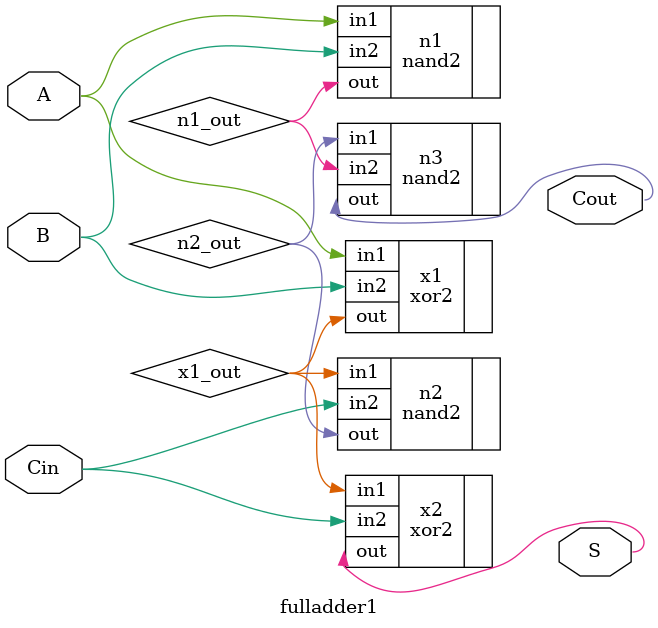
<source format=v>

module fulladder1( A, B, Cin, S, Cout);
  
    input A, B, Cin;
    output S, Cout;
    wire x1_out, n1_out, n2_out;  //wires between gates
    
    xor2 x1(.in1(A), .in2(B), .out(x1_out));
    xor2 x2(.in1(x1_out), .in2(Cin), .out(S));
    nand2 n1(.in1(A), .in2(B), .out(n1_out));
    nand2 n2(.in1(x1_out), .in2(Cin), .out(n2_out));
    nand2 n3(.in1(n2_out), .in2(n1_out), .out(Cout));
    
endmodule

</source>
